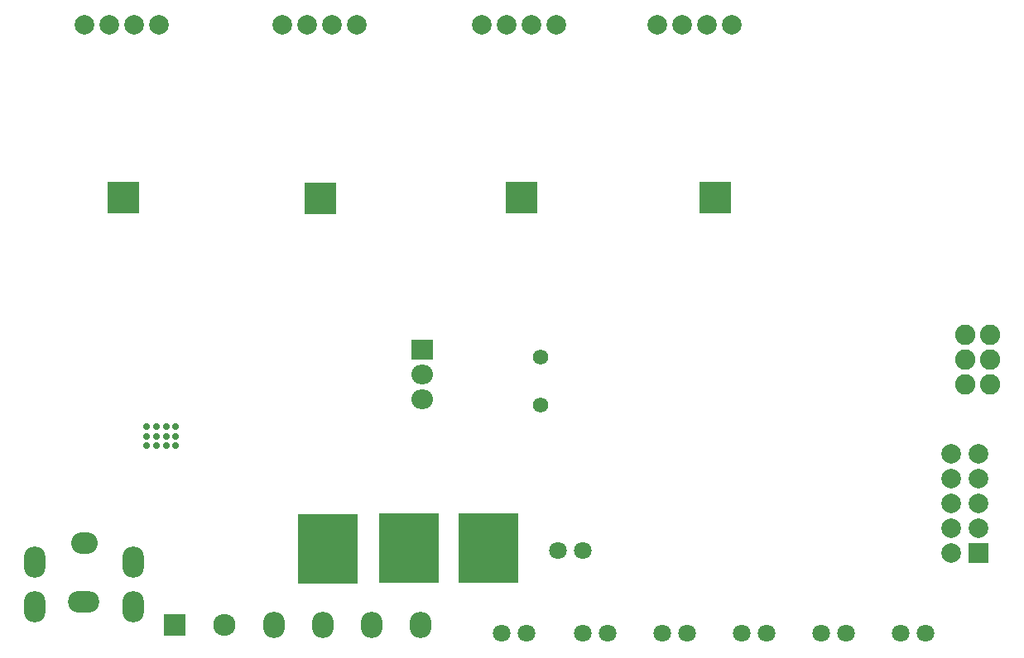
<source format=gbr>
G04 Layer_Color=16711935*
%FSLAX26Y26*%
%MOIN*%
%TF.FileFunction,Soldermask,Bot*%
%TF.Part,Single*%
G01*
G75*
%TA.AperFunction,ViaPad*%
%ADD230C,0.028000*%
%TA.AperFunction,SMDPad,CuDef*%
%ADD298R,0.244220X0.283591*%
%TA.AperFunction,ComponentPad*%
%ADD299R,0.086740X0.078866*%
%ADD300O,0.086740X0.078866*%
%ADD301C,0.070992*%
%ADD302C,0.078866*%
%TA.AperFunction,ViaPad*%
%ADD303O,0.088000X0.106000*%
%TA.AperFunction,SMDPad,CuDef*%
%ADD304R,0.130000X0.130000*%
%TA.AperFunction,ComponentPad*%
%ADD305C,0.082000*%
%ADD306C,0.062000*%
%ADD307O,0.090000X0.088000*%
%ADD308R,0.090000X0.090000*%
%ADD309R,0.078866X0.078866*%
%TA.AperFunction,ViaPad*%
%ADD310C,0.047370*%
%ADD311O,0.086740X0.126110*%
%ADD312O,0.126110X0.086740*%
%ADD313O,0.106425X0.086740*%
%ADD314C,0.035559*%
D230*
X-3465590Y907472D02*
D03*
X-3426220D02*
D03*
X-3386850D02*
D03*
X-3347480D02*
D03*
Y986213D02*
D03*
X-3386850D02*
D03*
X-3426220D02*
D03*
X-3465590D02*
D03*
Y946842D02*
D03*
X-3426220D02*
D03*
X-3347480D02*
D03*
X-3386850D02*
D03*
D298*
X-2087535Y495842D02*
D03*
X-2736535Y492842D02*
D03*
X-2409535Y496842D02*
D03*
D299*
X-2355000Y1295000D02*
D03*
D300*
Y1195000D02*
D03*
Y1095000D02*
D03*
D301*
X-1607535Y150843D02*
D03*
X-1707535D02*
D03*
X-1287535D02*
D03*
X-1387535D02*
D03*
X-967535D02*
D03*
X-1067535D02*
D03*
X-747535D02*
D03*
X-647535D02*
D03*
X-327535D02*
D03*
X-427535D02*
D03*
X-2036535Y151843D02*
D03*
X-1936535D02*
D03*
X-1710535Y486842D02*
D03*
X-1810535D02*
D03*
D302*
X-1307488Y2604843D02*
D03*
X-1407488D02*
D03*
X-1207488D02*
D03*
X-1107488D02*
D03*
X-1814535D02*
D03*
X-1914535D02*
D03*
X-2114535D02*
D03*
X-2014535D02*
D03*
X-2619535D02*
D03*
X-2719535D02*
D03*
X-2919535D02*
D03*
X-2819535D02*
D03*
X-3414535D02*
D03*
X-3514535D02*
D03*
X-3714535D02*
D03*
X-3614535D02*
D03*
X-224772Y874842D02*
D03*
X-114535D02*
D03*
X-224772Y774842D02*
D03*
X-114535D02*
D03*
X-224772Y674842D02*
D03*
X-114535D02*
D03*
X-224772Y574842D02*
D03*
X-114535D02*
D03*
X-224772Y474842D02*
D03*
D303*
X-2360985Y186843D02*
D03*
X-2557835D02*
D03*
X-2951535D02*
D03*
X-2754685D02*
D03*
D304*
X-3560622Y1907881D02*
D03*
X-2764535Y1904842D02*
D03*
X-1955622Y1907881D02*
D03*
X-1175622D02*
D03*
D305*
X-69535Y1154842D02*
D03*
X-169535Y1354842D02*
D03*
X-69535Y1254842D02*
D03*
X-169535Y1154842D02*
D03*
Y1254842D02*
D03*
X-69535Y1354842D02*
D03*
D306*
X-1878121Y1071510D02*
D03*
X-1879535Y1263842D02*
D03*
D307*
X-3151535Y186843D02*
D03*
D308*
X-3351535D02*
D03*
D309*
X-114535Y474842D02*
D03*
D310*
X-3520386Y277937D02*
D03*
Y275937D02*
D03*
Y273937D02*
D03*
Y271937D02*
D03*
Y269937D02*
D03*
Y267937D02*
D03*
D03*
Y265937D02*
D03*
Y263937D02*
D03*
Y261937D02*
D03*
Y259937D02*
D03*
Y257937D02*
D03*
Y261937D02*
D03*
Y259937D02*
D03*
Y257937D02*
D03*
Y255937D02*
D03*
Y253937D02*
D03*
Y251937D02*
D03*
D03*
Y249937D02*
D03*
Y247937D02*
D03*
Y245937D02*
D03*
Y243937D02*
D03*
Y241937D02*
D03*
Y455102D02*
D03*
Y453102D02*
D03*
Y451102D02*
D03*
Y449102D02*
D03*
Y447102D02*
D03*
Y445102D02*
D03*
D03*
Y443102D02*
D03*
Y441102D02*
D03*
Y439102D02*
D03*
Y437102D02*
D03*
Y435102D02*
D03*
Y439102D02*
D03*
Y437102D02*
D03*
Y435102D02*
D03*
Y433102D02*
D03*
Y431102D02*
D03*
Y429102D02*
D03*
D03*
Y427102D02*
D03*
Y425102D02*
D03*
Y423102D02*
D03*
Y421102D02*
D03*
Y419102D02*
D03*
X-3737630Y279992D02*
D03*
X-3735630D02*
D03*
X-3733630D02*
D03*
X-3731630D02*
D03*
X-3729630D02*
D03*
X-3727630D02*
D03*
D03*
X-3725630D02*
D03*
X-3723630D02*
D03*
X-3721630D02*
D03*
X-3719630D02*
D03*
X-3717630D02*
D03*
X-3721630D02*
D03*
X-3719630D02*
D03*
X-3717630D02*
D03*
X-3715630D02*
D03*
X-3713630D02*
D03*
X-3711630D02*
D03*
D03*
X-3709630D02*
D03*
X-3707630D02*
D03*
X-3705630D02*
D03*
X-3703630D02*
D03*
X-3701630D02*
D03*
X-3914087Y241937D02*
D03*
Y243937D02*
D03*
Y245937D02*
D03*
Y247937D02*
D03*
Y249937D02*
D03*
Y251937D02*
D03*
D03*
Y253937D02*
D03*
Y255937D02*
D03*
Y257937D02*
D03*
Y259937D02*
D03*
Y261937D02*
D03*
Y257937D02*
D03*
Y259937D02*
D03*
Y261937D02*
D03*
Y263937D02*
D03*
Y265937D02*
D03*
Y267937D02*
D03*
D03*
Y269937D02*
D03*
Y271937D02*
D03*
Y273937D02*
D03*
Y275937D02*
D03*
Y277937D02*
D03*
Y419102D02*
D03*
Y421102D02*
D03*
Y423102D02*
D03*
Y425102D02*
D03*
Y427102D02*
D03*
Y429102D02*
D03*
D03*
Y431102D02*
D03*
Y433102D02*
D03*
Y435102D02*
D03*
Y437102D02*
D03*
Y439102D02*
D03*
Y435102D02*
D03*
Y437102D02*
D03*
Y439102D02*
D03*
Y441102D02*
D03*
Y443102D02*
D03*
Y445102D02*
D03*
D03*
Y447102D02*
D03*
Y449102D02*
D03*
Y451102D02*
D03*
Y453102D02*
D03*
Y455102D02*
D03*
D311*
X-3520386Y259937D02*
D03*
Y437102D02*
D03*
X-3914087Y259937D02*
D03*
Y437102D02*
D03*
D312*
X-3719630Y279992D02*
D03*
D313*
X-3716685Y515968D02*
D03*
D314*
X-1146535Y1937842D02*
D03*
X-1148535Y1882842D02*
D03*
X-1200535Y1934842D02*
D03*
X-1201535Y1880842D02*
D03*
X-1927535Y1935842D02*
D03*
X-1928535Y1879842D02*
D03*
X-1980535Y1932842D02*
D03*
X-1984535Y1876842D02*
D03*
X-2734535Y1933842D02*
D03*
X-2735535Y1875842D02*
D03*
X-2794535Y1931842D02*
D03*
Y1873842D02*
D03*
X-3530535Y1935842D02*
D03*
X-3531535Y1880842D02*
D03*
X-3590535Y1933842D02*
D03*
X-3593535Y1878842D02*
D03*
%TF.MD5,baf65e70cf62700e6be2640b1f020562*%
M02*

</source>
